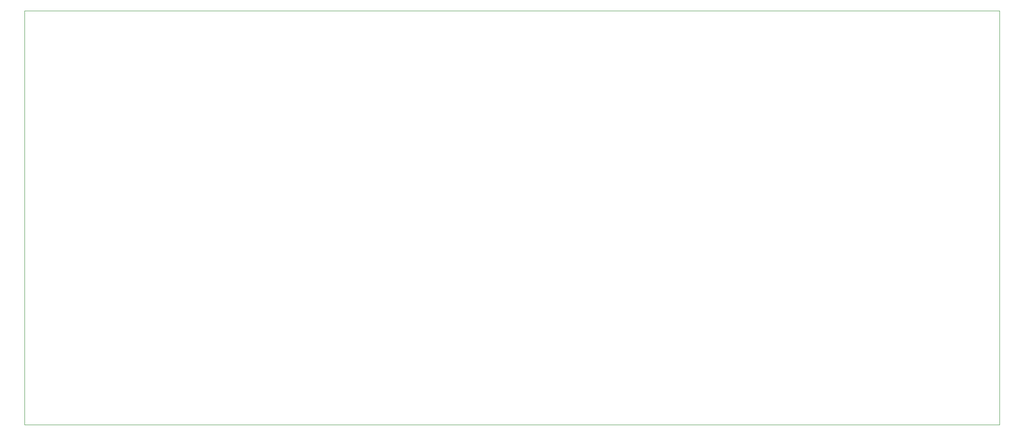
<source format=gbr>
%TF.GenerationSoftware,KiCad,Pcbnew,(5.1.9-0-10_14)*%
%TF.CreationDate,2021-06-29T00:25:17-04:00*%
%TF.ProjectId,ram-combined,72616d2d-636f-46d6-9269-6e65642e6b69,rev?*%
%TF.SameCoordinates,Original*%
%TF.FileFunction,Profile,NP*%
%FSLAX46Y46*%
G04 Gerber Fmt 4.6, Leading zero omitted, Abs format (unit mm)*
G04 Created by KiCad (PCBNEW (5.1.9-0-10_14)) date 2021-06-29 00:25:17*
%MOMM*%
%LPD*%
G01*
G04 APERTURE LIST*
%TA.AperFunction,Profile*%
%ADD10C,0.050000*%
%TD*%
G04 APERTURE END LIST*
D10*
X256540000Y-30988000D02*
X256540000Y-32766000D01*
X64516000Y-30988000D02*
X64516000Y-32766000D01*
X64516000Y-112522000D02*
X64516000Y-32766000D01*
X256540000Y-112522000D02*
X64516000Y-112522000D01*
X256540000Y-32766000D02*
X256540000Y-112522000D01*
X64516000Y-30988000D02*
X256540000Y-30988000D01*
M02*

</source>
